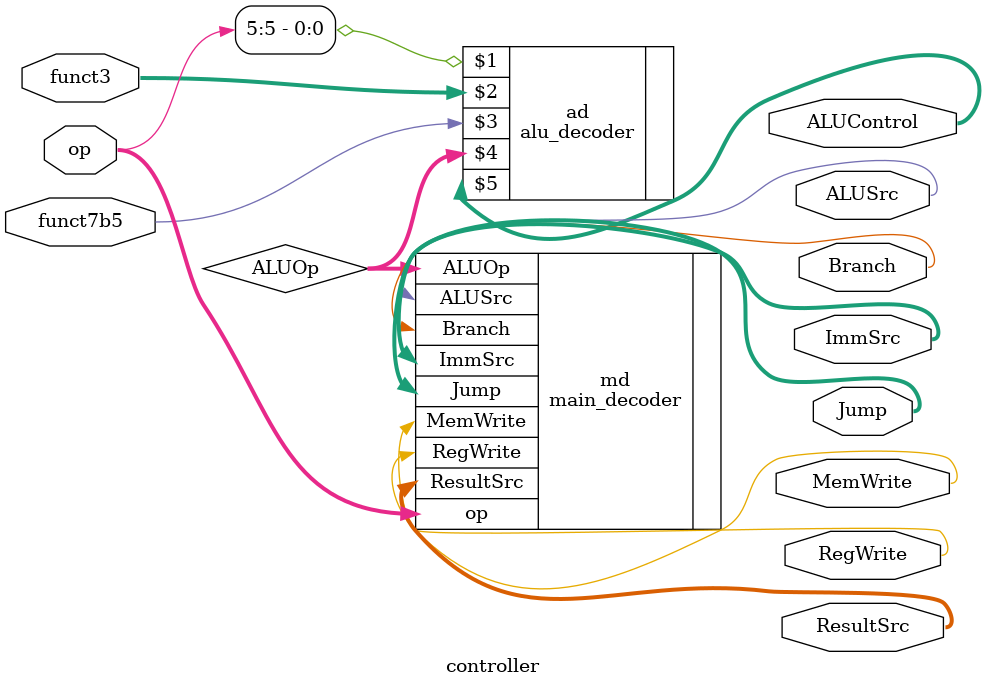
<source format=v>


module controller (
    input [6:0]  op,
    input [2:0]  funct3,
    input        funct7b5,
    output       [1:0] ResultSrc,
    output       MemWrite,
    output     ALUSrc,
    output       RegWrite,Branch,
    output [1:0] Jump,
    output [2:0] ALUControl,ImmSrc
	 
);

wire [1:0] ALUOp;

main_decoder    md (.op(op),.ResultSrc(ResultSrc), .MemWrite(MemWrite),.Branch(Branch),
                    .ALUSrc(ALUSrc), .RegWrite(RegWrite), .Jump(Jump), .ImmSrc(ImmSrc), .ALUOp(ALUOp));

alu_decoder     ad (op[5], funct3, funct7b5, ALUOp, ALUControl);
endmodule


</source>
